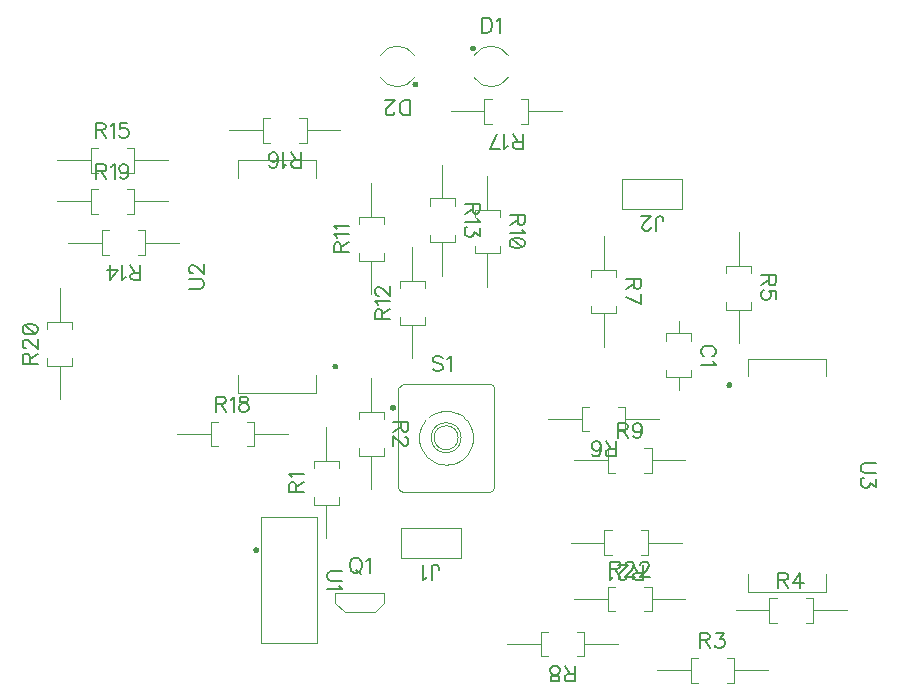
<source format=gbr>
G04 DipTrace 4.3.0.5*
G04 AtesTopSilk.gbr*
%MOIN*%
G04 #@! TF.FileFunction,Legend,Top*
G04 #@! TF.Part,Single*
%ADD10C,0.004724*%
%ADD56C,0.00772*%
%FSLAX26Y26*%
G04*
G70*
G90*
G75*
G01*
G04 TopSilk*
%LPD*%
X1316339Y-39075D2*
G54D10*
Y-14665D1*
X1233661D1*
Y-39075D1*
X1316339Y-135925D2*
Y-160335D1*
X1233661D1*
Y-135925D1*
X1275000Y27461D2*
Y-14665D1*
Y-160335D2*
Y-202461D1*
X707087Y911614D2*
G03X592913Y911614I-57087J-35987D01*
G01*
X707087Y838386D2*
G02X592913Y838386I-57087J35987D01*
G01*
G36*
X580025Y935133D2*
X580109Y936417D1*
X580360Y937680D1*
X580774Y938899D1*
X581344Y940054D1*
X582059Y941124D1*
X582908Y942092D1*
X583876Y942941D1*
X584946Y943656D1*
X586101Y944226D1*
X587320Y944640D1*
X588583Y944891D1*
X589867Y944975D1*
X591152Y944891D1*
X592415Y944640D1*
X593634Y944226D1*
X594789Y943656D1*
X595859Y942941D1*
X596827Y942092D1*
X597676Y941124D1*
X598391Y940054D1*
X598961Y938899D1*
X599375Y937680D1*
X599626Y936417D1*
X599710Y935133D1*
D1*
X599626Y933848D1*
X599375Y932585D1*
X598961Y931366D1*
X598391Y930211D1*
X597676Y929141D1*
X596827Y928173D1*
X595859Y927324D1*
X594789Y926609D1*
X593634Y926039D1*
X592415Y925625D1*
X591152Y925374D1*
X589867Y925290D1*
X588583Y925374D1*
X587320Y925625D1*
X586101Y926039D1*
X584946Y926609D1*
X583876Y927324D1*
X582908Y928173D1*
X582059Y929141D1*
X581344Y930211D1*
X580774Y931366D1*
X580360Y932585D1*
X580109Y933848D1*
X580025Y935133D1*
D1*
G37*
X280413Y838386D2*
G54D10*
G03X394587Y838386I57087J35987D01*
G01*
X280413Y911614D2*
G02X394587Y911614I57087J-35987D01*
G01*
G36*
X407475Y814867D2*
X407391Y813583D1*
X407140Y812320D1*
X406726Y811101D1*
X406156Y809946D1*
X405441Y808876D1*
X404592Y807908D1*
X403624Y807059D1*
X402554Y806344D1*
X401399Y805774D1*
X400180Y805360D1*
X398917Y805109D1*
X397633Y805025D1*
X396348Y805109D1*
X395085Y805360D1*
X393866Y805774D1*
X392711Y806344D1*
X391641Y807059D1*
X390673Y807908D1*
X389824Y808876D1*
X389109Y809946D1*
X388539Y811101D1*
X388125Y812320D1*
X387874Y813583D1*
X387790Y814867D1*
D1*
X387874Y816152D1*
X388125Y817415D1*
X388539Y818634D1*
X389109Y819789D1*
X389824Y820859D1*
X390673Y821827D1*
X391641Y822676D1*
X392711Y823391D1*
X393866Y823961D1*
X395085Y824375D1*
X396348Y824626D1*
X397633Y824710D1*
X398917Y824626D1*
X400180Y824375D1*
X401399Y823961D1*
X402554Y823391D1*
X403624Y822676D1*
X404592Y821827D1*
X405441Y820859D1*
X406156Y819789D1*
X406726Y818634D1*
X407140Y817415D1*
X407391Y816152D1*
X407475Y814867D1*
D1*
G37*
X350000Y-662500D2*
G54D10*
Y-762500D1*
X550000Y-662500D2*
X350000D1*
X550000D2*
Y-762500D1*
X350000D1*
X1087500Y500000D2*
Y400000D1*
X1287500Y500000D2*
X1087500D1*
X1287500D2*
Y400000D1*
X1087500D1*
X130500Y-881500D2*
X294500D1*
Y-912500D1*
X262500Y-943500D1*
X162500D1*
X130500Y-881500D2*
Y-912500D1*
X162500Y-943500D1*
X58662Y-560926D2*
X58663Y-585335D1*
X141340Y-585334D1*
X141339Y-560924D1*
X58661Y-464076D2*
X58660Y-439666D1*
X141337Y-439665D1*
X141338Y-464074D1*
X100003Y-697500D2*
X100001Y-585335D1*
X99999Y-439665D2*
X99997Y-327500D1*
X291336Y-301573D2*
X291335Y-277163D1*
X208657Y-277168D1*
X208659Y-301577D1*
X291341Y-398423D2*
X291343Y-422832D1*
X208665Y-422837D1*
X208664Y-398427D1*
X249990Y-165000D2*
X249996Y-277165D1*
X250004Y-422835D2*
X250010Y-535000D1*
X1339073Y-1096164D2*
X1314664Y-1096165D1*
X1314667Y-1178842D1*
X1339077Y-1178841D1*
X1435923Y-1096159D2*
X1460333Y-1096158D1*
X1460336Y-1178835D1*
X1435927Y-1178836D1*
X1202500Y-1137508D2*
X1314665Y-1137503D1*
X1460335Y-1137497D2*
X1572500Y-1137492D1*
X1601574Y-896163D2*
X1577164Y-896164D1*
X1577167Y-978841D1*
X1601576Y-978840D1*
X1698424Y-896160D2*
X1722833Y-896159D1*
X1722836Y-978836D1*
X1698426Y-978837D1*
X1465000Y-937505D2*
X1577165Y-937502D1*
X1722835Y-937498D2*
X1835000Y-937495D1*
X1516337Y185926D2*
Y210336D1*
X1433660Y210334D1*
Y185924D1*
X1516340Y89076D2*
Y64666D1*
X1433663Y64664D1*
Y89074D1*
X1474995Y322500D2*
X1474998Y210335D1*
X1475002Y64665D2*
X1475005Y-47500D1*
X1073426Y-341338D2*
X1097836Y-341337D1*
X1097834Y-258660D1*
X1073424D1*
X976576Y-341340D2*
X952166D1*
X952164Y-258663D1*
X976574Y-258662D1*
X1210000Y-299996D2*
X1097835Y-299998D1*
X952165Y-300002D2*
X840000Y-300004D1*
X1066337Y173426D2*
Y197836D1*
X983660Y197834D1*
Y173424D1*
X1066340Y76576D2*
Y52166D1*
X983663Y52164D1*
Y76574D1*
X1024995Y310000D2*
X1024998Y197835D1*
X1025002Y52165D2*
X1025005Y-60000D1*
X935927Y-1091337D2*
X960336Y-1091336D1*
X960333Y-1008659D1*
X935924Y-1008660D1*
X839076Y-1091340D2*
X814667Y-1091341D1*
X814664Y-1008664D1*
X839073Y-1008663D1*
X1072500Y-1049993D2*
X960335Y-1049997D1*
X814665Y-1050003D2*
X702500Y-1050007D1*
X1064075Y-396161D2*
X1039665D1*
Y-478839D1*
X1064075D1*
X1160925Y-396161D2*
X1185335D1*
Y-478839D1*
X1160925D1*
X927500Y-437500D2*
X1039665D1*
X1185335D2*
X1297500D1*
X678839Y373425D2*
Y397835D1*
X596161D1*
Y373425D1*
X678839Y276575D2*
Y252165D1*
X596161D1*
Y276575D1*
X637500Y510000D2*
Y397835D1*
Y252165D2*
Y140000D1*
X208663Y251573D2*
X208664Y227164D1*
X291341Y227167D1*
X291340Y251576D1*
X208660Y348424D2*
X208659Y372833D1*
X291336Y372836D1*
X291337Y348427D1*
X250006Y115000D2*
X250002Y227165D1*
X249998Y372835D2*
X249994Y485000D1*
X346163Y39073D2*
X346164Y14664D1*
X428841Y14667D1*
X428840Y39076D1*
X346160Y135924D2*
X346159Y160333D1*
X428836Y160336D1*
X428837Y135927D1*
X387506Y-97500D2*
X387502Y14665D1*
X387498Y160335D2*
X387494Y272500D1*
X528837Y410927D2*
X528836Y435336D1*
X446158Y435333D1*
X446159Y410924D1*
X528841Y314076D2*
X528842Y289667D1*
X446164Y289664D1*
X446163Y314073D1*
X487493Y547500D2*
X487497Y435335D1*
X487503Y289665D2*
X487507Y177500D1*
X-526574Y246162D2*
X-502164Y246163D1*
X-502166Y328840D1*
X-526576D1*
X-623424Y246160D2*
X-647834D1*
X-647836Y328837D1*
X-623426Y328838D1*
X-390000Y287504D2*
X-502165Y287502D1*
X-647835Y287498D2*
X-760000Y287496D1*
X-660927Y603836D2*
X-685336Y603835D1*
X-685333Y521158D1*
X-660923Y521159D1*
X-564077Y603841D2*
X-539667Y603842D1*
X-539664Y521165D1*
X-564073Y521164D1*
X-797500Y562492D2*
X-685335Y562497D1*
X-539665Y562503D2*
X-427500Y562508D1*
X10926Y621162D2*
X35336Y621163D1*
X35334Y703840D1*
X10924D1*
X-85924Y621160D2*
X-110334D1*
X-110336Y703837D1*
X-85926Y703838D1*
X147500Y662504D2*
X35335Y662502D1*
X-110335Y662498D2*
X-222500Y662496D1*
X748427Y683663D2*
X772836Y683664D1*
X772833Y766341D1*
X748424Y766340D1*
X651576Y683660D2*
X627167Y683659D1*
X627164Y766336D1*
X651573Y766337D1*
X885000Y725007D2*
X772835Y725003D1*
X627165Y724997D2*
X515000Y724993D1*
X-260928Y-308664D2*
X-285337Y-308666D1*
X-285332Y-391343D1*
X-260923Y-391341D1*
X-164077Y-308659D2*
X-139668Y-308657D1*
X-139663Y-391334D1*
X-164072Y-391336D1*
X-397500Y-350011D2*
X-285335Y-350004D1*
X-139665Y-349996D2*
X-27500Y-349989D1*
X-660927Y466336D2*
X-685336Y466335D1*
X-685333Y383658D1*
X-660923Y383659D1*
X-564077Y466341D2*
X-539667Y466342D1*
X-539664Y383665D1*
X-564073Y383664D1*
X-797500Y424992D2*
X-685335Y424997D1*
X-539665Y425003D2*
X-427500Y425008D1*
X-828838Y-98426D2*
X-828837Y-122835D1*
X-746160Y-122834D1*
X-746161Y-98424D1*
X-828839Y-1576D2*
X-828840Y22834D1*
X-746163Y22835D1*
X-746162Y-1574D1*
X-787497Y-235000D2*
X-787499Y-122835D1*
X-787501Y22835D2*
X-787503Y135000D1*
X1148426Y-753838D2*
X1172836Y-753837D1*
X1172834Y-671160D1*
X1148424D1*
X1051576Y-753840D2*
X1027166D1*
X1027164Y-671163D1*
X1051574Y-671162D1*
X1285000Y-712496D2*
X1172835Y-712498D1*
X1027165Y-712502D2*
X915000Y-712504D1*
X1064075Y-858661D2*
X1039665D1*
Y-941339D1*
X1064075D1*
X1160925Y-858661D2*
X1185335D1*
Y-941339D1*
X1160925D1*
X927500Y-900000D2*
X1039665D1*
X1185335D2*
X1297500D1*
X410039Y-362500D2*
X410810Y-350757D1*
X413105Y-339217D1*
X416887Y-328073D1*
X422092Y-317520D1*
X428630Y-307735D1*
X431013Y-305018D1*
X450000Y-362500D2*
G02X450000Y-362500I50000J0D01*
G01*
X460098D2*
G02X460098Y-362500I39902J0D01*
G01*
X499971Y-542421D2*
X354971D1*
X344381Y-538091D1*
X339951Y-527500D1*
Y-197500D1*
X354971Y-182579D1*
X499971D1*
X500030D2*
X645030D1*
X655621Y-186909D1*
X660050Y-197500D1*
Y-527500D1*
X655621Y-538091D1*
X645030Y-542421D1*
X500030D1*
G36*
X313189Y-262500D2*
X313273Y-261215D1*
X313524Y-259953D1*
X313938Y-258733D1*
X314508Y-257579D1*
X315223Y-256508D1*
X316072Y-255540D1*
X317040Y-254691D1*
X318110Y-253976D1*
X319265Y-253407D1*
X320484Y-252993D1*
X321747Y-252742D1*
X323031Y-252657D1*
X324316Y-252742D1*
X325579Y-252993D1*
X326798Y-253407D1*
X327953Y-253976D1*
X329023Y-254691D1*
X329991Y-255540D1*
X330840Y-256508D1*
X331555Y-257579D1*
X332125Y-258733D1*
X332539Y-259953D1*
X332790Y-261215D1*
X332874Y-262500D1*
D1*
X332790Y-263785D1*
X332539Y-265047D1*
X332125Y-266267D1*
X331555Y-267421D1*
X330840Y-268492D1*
X329991Y-269460D1*
X329023Y-270309D1*
X327953Y-271024D1*
X326798Y-271593D1*
X325579Y-272007D1*
X324316Y-272258D1*
X323031Y-272343D1*
X321747Y-272258D1*
X320484Y-272007D1*
X319265Y-271593D1*
X318110Y-271024D1*
X317040Y-270309D1*
X316072Y-269460D1*
X315223Y-268492D1*
X314508Y-267421D1*
X313938Y-266267D1*
X313524Y-265047D1*
X313273Y-263785D1*
X313189Y-262500D1*
D1*
G37*
X442518Y-293512D2*
G54D10*
X445236Y-291130D1*
X455020Y-284592D1*
X465573Y-279387D1*
X476717Y-275605D1*
X488259Y-273308D1*
X500000Y-272539D1*
X511743Y-273308D1*
X523283Y-275605D1*
X534427Y-279387D1*
X544980Y-284592D1*
X554765Y-291130D1*
X563612Y-298888D1*
X571371Y-307735D1*
X577908Y-317520D1*
X583113Y-328073D1*
X586895Y-339217D1*
X589192Y-350757D1*
X589961Y-362500D1*
X589192Y-374243D1*
X586895Y-385783D1*
X583113Y-396927D1*
X577908Y-407480D1*
X571371Y-417265D1*
X563612Y-426112D1*
X554765Y-433870D1*
X544980Y-440408D1*
X534427Y-445613D1*
X523283Y-449395D1*
X511743Y-451692D1*
X500000Y-452461D1*
X488259Y-451692D1*
X476717Y-449395D1*
X465573Y-445613D1*
X455020Y-440408D1*
X445236Y-433870D1*
X436388Y-426112D1*
X428630Y-417265D1*
X422092Y-407480D1*
X416887Y-396927D1*
X413105Y-385783D1*
X410810Y-374243D1*
X410039Y-362500D1*
X69384Y-627260D2*
X-115655Y-627267D1*
X-115638Y-1047346D1*
X69401Y-1047338D1*
X69384Y-627260D1*
G36*
X-132581Y-727662D2*
X-131296Y-727746D1*
X-130033Y-727997D1*
X-128814Y-728411D1*
X-127659Y-728980D1*
X-126589Y-729695D1*
X-125621Y-730544D1*
X-124772Y-731512D1*
X-124056Y-732582D1*
X-123487Y-733737D1*
X-123073Y-734956D1*
X-122822Y-736219D1*
X-122738Y-737504D1*
X-122822Y-738788D1*
X-123073Y-740051D1*
X-123487Y-741270D1*
X-124056Y-742425D1*
X-124771Y-743496D1*
X-125620Y-744464D1*
X-126588Y-745312D1*
X-127659Y-746028D1*
X-128813Y-746597D1*
X-130032Y-747011D1*
X-131295Y-747262D1*
X-132580Y-747347D1*
D1*
X-133864Y-747262D1*
X-135127Y-747011D1*
X-136346Y-746598D1*
X-137501Y-746028D1*
X-138572Y-745313D1*
X-139540Y-744464D1*
X-140389Y-743496D1*
X-141104Y-742426D1*
X-141673Y-741271D1*
X-142087Y-740052D1*
X-142338Y-738789D1*
X-142423Y-737504D1*
X-142339Y-736220D1*
X-142087Y-734957D1*
X-141674Y-733738D1*
X-141104Y-732583D1*
X-140389Y-731513D1*
X-139540Y-730545D1*
X-138572Y-729696D1*
X-137502Y-728980D1*
X-136347Y-728411D1*
X-135128Y-727997D1*
X-133865Y-727746D1*
X-132581Y-727662D1*
D1*
G37*
X-192396Y-154538D2*
G54D10*
X-192391Y-212805D1*
X67451Y-212785D1*
X67447Y-154518D1*
X-192447Y504518D2*
X-192451Y562785D1*
X67391Y562805D1*
X67396Y504538D1*
G36*
X130831Y-134828D2*
X129546Y-134744D1*
X128284Y-134492D1*
X127064Y-134079D1*
X125910Y-133509D1*
X124839Y-132794D1*
X123871Y-131945D1*
X123022Y-130977D1*
X122307Y-129907D1*
X121737Y-128752D1*
X121323Y-127533D1*
X121072Y-126271D1*
X120988Y-124986D1*
X121072Y-123701D1*
X121323Y-122438D1*
X121737Y-121219D1*
X122306Y-120064D1*
X123021Y-118994D1*
X123870Y-118026D1*
X124838Y-117177D1*
X125908Y-116462D1*
X127063Y-115892D1*
X128282Y-115478D1*
X129545Y-115227D1*
X130829Y-115143D1*
D1*
X132114Y-115227D1*
X133377Y-115478D1*
X134596Y-115891D1*
X135751Y-116461D1*
X136821Y-117176D1*
X137789Y-118025D1*
X138638Y-118993D1*
X139354Y-120063D1*
X139923Y-121218D1*
X140337Y-122437D1*
X140588Y-123700D1*
X140673Y-124984D1*
X140589Y-126269D1*
X140338Y-127532D1*
X139924Y-128751D1*
X139354Y-129906D1*
X138639Y-130976D1*
X137790Y-131944D1*
X136823Y-132793D1*
X135752Y-133509D1*
X134597Y-134078D1*
X133378Y-134492D1*
X132116Y-134743D1*
X130831Y-134828D1*
D1*
G37*
X1767413Y-157969D2*
G54D10*
X1767411Y-99701D1*
X1507569Y-99708D1*
X1507570Y-157976D1*
X1767430Y-817024D2*
X1767431Y-875292D1*
X1507589Y-875299D1*
X1507587Y-817031D1*
G36*
X1444185Y-177662D2*
X1445470Y-177747D1*
X1446732Y-177998D1*
X1447952Y-178412D1*
X1449106Y-178981D1*
X1450177Y-179696D1*
X1451145Y-180545D1*
X1451994Y-181513D1*
X1452709Y-182583D1*
X1453278Y-183738D1*
X1453692Y-184957D1*
X1453943Y-186220D1*
X1454028Y-187505D1*
X1453944Y-188789D1*
X1453692Y-190052D1*
X1453279Y-191271D1*
X1452709Y-192426D1*
X1451994Y-193497D1*
X1451145Y-194465D1*
X1450177Y-195313D1*
X1449107Y-196029D1*
X1447952Y-196598D1*
X1446733Y-197012D1*
X1445470Y-197263D1*
X1444185Y-197347D1*
D1*
X1442901Y-197263D1*
X1441638Y-197012D1*
X1440419Y-196598D1*
X1439264Y-196029D1*
X1438194Y-195314D1*
X1437226Y-194465D1*
X1436377Y-193497D1*
X1435661Y-192426D1*
X1435092Y-191272D1*
X1434678Y-190053D1*
X1434427Y-188790D1*
X1434343Y-187505D1*
X1434427Y-186221D1*
X1434678Y-184958D1*
X1435092Y-183739D1*
X1435661Y-182584D1*
X1436376Y-181513D1*
X1437225Y-180545D1*
X1438193Y-179697D1*
X1439264Y-178981D1*
X1440418Y-178412D1*
X1441638Y-177998D1*
X1442900Y-177747D1*
X1444185Y-177662D1*
D1*
G37*
X1387466Y-91719D2*
G54D56*
X1392219Y-89342D1*
X1397028Y-84534D1*
X1399404Y-79780D1*
Y-70219D1*
X1397028Y-65410D1*
X1392219Y-60657D1*
X1387466Y-58225D1*
X1380281Y-55849D1*
X1368287D1*
X1361158Y-58225D1*
X1356349Y-60657D1*
X1351596Y-65410D1*
X1349164Y-70219D1*
Y-79780D1*
X1351596Y-84534D1*
X1356349Y-89342D1*
X1361158Y-91719D1*
X1389787Y-107158D2*
X1392219Y-111966D1*
X1399349Y-119151D1*
X1349164D1*
X619537Y1037593D2*
Y987353D1*
X636284D1*
X643469Y989785D1*
X648277Y994538D1*
X650654Y999347D1*
X653030Y1006476D1*
Y1018470D1*
X650654Y1025655D1*
X648277Y1030408D1*
X643469Y1035217D1*
X636284Y1037593D1*
X619537D1*
X668470Y1027976D2*
X673278Y1030408D1*
X680463Y1037538D1*
Y987353D1*
X378713Y712407D2*
Y762647D1*
X361966D1*
X354781Y760215D1*
X349973Y755462D1*
X347596Y750653D1*
X345220Y743524D1*
Y731530D1*
X347596Y724345D1*
X349973Y719592D1*
X354781Y714783D1*
X361966Y712407D1*
X378713D1*
X327349Y724400D2*
Y722024D1*
X324972Y717215D1*
X322595Y714839D1*
X317787Y712462D1*
X308225D1*
X303472Y714839D1*
X301095Y717215D1*
X298664Y722024D1*
Y726777D1*
X301095Y731585D1*
X305849Y738715D1*
X329780Y762647D1*
X296287D1*
X451751Y-835723D2*
Y-797477D1*
X454127Y-790292D1*
X456559Y-787915D1*
X461312Y-785483D1*
X466121D1*
X470874Y-787915D1*
X473250Y-790292D1*
X475682Y-797477D1*
Y-802230D1*
X436311Y-826106D2*
X431503Y-828538D1*
X424318Y-835668D1*
Y-785483D1*
X1200000Y326777D2*
Y365023D1*
X1202377Y372208D1*
X1204809Y374585D1*
X1209562Y377017D1*
X1214371D1*
X1219124Y374585D1*
X1221500Y372208D1*
X1223932Y365023D1*
Y360270D1*
X1182129Y338770D2*
Y336394D1*
X1179753Y331585D1*
X1177376Y329209D1*
X1172568Y326832D1*
X1163006D1*
X1158253Y329209D1*
X1155876Y331585D1*
X1153444Y336394D1*
Y341147D1*
X1155876Y345955D1*
X1160629Y353085D1*
X1184561Y377017D1*
X1151068D1*
X194003Y-762266D2*
X189250Y-764588D1*
X184441Y-769396D1*
X182065Y-774205D1*
X179633Y-781390D1*
Y-793328D1*
X182065Y-800513D1*
X184441Y-805266D1*
X189250Y-810075D1*
X194003Y-812451D1*
X203564D1*
X208373Y-810075D1*
X213126Y-805266D1*
X215503Y-800513D1*
X217935Y-793328D1*
Y-781390D1*
X215503Y-774205D1*
X213126Y-769396D1*
X208373Y-764588D1*
X203564Y-762266D1*
X194003D1*
X201188Y-802890D2*
X215503Y-817260D1*
X233374Y-771883D2*
X238182Y-769451D1*
X245367Y-762322D1*
Y-812506D1*
X-472Y-542965D2*
Y-521465D1*
X-2904Y-514280D1*
X-5281Y-511848D1*
X-10034Y-509472D1*
X-14843D1*
X-19596Y-511848D1*
X-22028Y-514280D1*
X-24404Y-521465D1*
Y-542965D1*
X25836Y-542964D1*
X-472Y-526218D2*
X25836Y-509471D1*
X-14788Y-494033D2*
X-17220Y-489224D1*
X-24349Y-482039D1*
X25835Y-482038D1*
X350470Y-308782D2*
X350471Y-330281D1*
X352904Y-337466D1*
X355280Y-339898D1*
X360034Y-342274D1*
X364842D1*
X369595Y-339897D1*
X372027Y-337465D1*
X374403Y-330280D1*
X374402Y-308780D1*
X324162Y-308783D1*
X350471Y-325528D2*
X324164Y-342276D1*
X362411Y-360145D2*
X364788D1*
X369596Y-362521D1*
X371973Y-364898D1*
X374350Y-369706D1*
X374351Y-379268D1*
X371974Y-384021D1*
X369598Y-386398D1*
X364789Y-388830D1*
X360036D1*
X355228Y-386399D1*
X348098Y-381646D1*
X324165Y-357716D1*
X324166Y-391209D1*
X1346283Y-1037029D2*
X1367782Y-1037028D1*
X1374967Y-1034596D1*
X1377399Y-1032220D1*
X1379776Y-1027466D1*
X1379775Y-1022658D1*
X1377399Y-1017905D1*
X1374967Y-1015473D1*
X1367781Y-1013097D1*
X1346282Y-1013098D1*
X1346284Y-1063338D1*
X1363029Y-1037029D2*
X1379777Y-1063336D1*
X1400023Y-1013151D2*
X1426276Y-1013149D1*
X1411962Y-1032273D1*
X1419147D1*
X1423900Y-1034649D1*
X1426277Y-1037026D1*
X1428709Y-1044211D1*
Y-1048964D1*
X1426278Y-1056149D1*
X1421525Y-1060958D1*
X1414340Y-1063335D1*
X1407155D1*
X1400025Y-1060959D1*
X1397648Y-1058527D1*
X1395216Y-1053774D1*
X1607596Y-837029D2*
X1629096Y-837028D1*
X1636281Y-834596D1*
X1638712Y-832219D1*
X1641089Y-827466D1*
Y-822658D1*
X1638712Y-817905D1*
X1636280Y-815473D1*
X1629095Y-813096D1*
X1607595Y-813097D1*
X1607597Y-863337D1*
X1624342Y-837028D2*
X1641090Y-863336D1*
X1680461Y-863335D2*
X1680459Y-813150D1*
X1656529Y-846589D1*
X1692399Y-846588D1*
X1575471Y178716D2*
X1575472Y157216D1*
X1577904Y150031D1*
X1580281Y147599D1*
X1585034Y145222D1*
X1589842Y145223D1*
X1594595Y147599D1*
X1597027Y150031D1*
X1599404Y157216D1*
X1599403Y178716D1*
X1549163Y178715D1*
X1575472Y161969D2*
X1549164Y145222D1*
X1599350Y101099D2*
X1599349Y124975D1*
X1577849Y127351D1*
X1580226Y124975D1*
X1582658Y117790D1*
Y110660D1*
X1580227Y103475D1*
X1575473Y98666D1*
X1568288Y96289D1*
X1563535D1*
X1556350Y98666D1*
X1551542Y103474D1*
X1549165Y110659D1*
Y117789D1*
X1551541Y124974D1*
X1553973Y127351D1*
X1558726Y129783D1*
X1064999Y-400472D2*
X1043499D1*
X1036314Y-402904D1*
X1033883Y-405281D1*
X1031506Y-410034D1*
Y-414842D1*
X1033883Y-419596D1*
X1036315Y-422027D1*
X1043500Y-424404D1*
X1065000Y-424403D1*
X1064999Y-374163D1*
X1048253Y-400472D2*
X1031505Y-374164D1*
X987382Y-417220D2*
X989759Y-421973D1*
X996944Y-424350D1*
X1001697Y-424349D1*
X1008882Y-421973D1*
X1013690Y-414788D1*
X1016067Y-402849D1*
X1016066Y-390911D1*
X1013690Y-381349D1*
X1008881Y-376541D1*
X1001696Y-374165D1*
X999319D1*
X992190Y-376541D1*
X987381Y-381350D1*
X985005Y-388535D1*
Y-390912D1*
X987382Y-398097D1*
X992190Y-402850D1*
X999320Y-405226D1*
X1001697D1*
X1008882Y-402849D1*
X1013690Y-398096D1*
X1016066Y-390911D1*
X1125471Y166216D2*
X1125472Y144716D1*
X1127904Y137531D1*
X1130281Y135099D1*
X1135034Y132722D1*
X1139842Y132723D1*
X1144595Y135099D1*
X1147027Y137531D1*
X1149404Y144716D1*
X1149403Y166216D1*
X1099163Y166215D1*
X1125472Y149469D2*
X1099164Y132722D1*
X1099165Y107721D2*
X1149350Y83790D1*
X1149349Y117284D1*
X928689Y-1150471D2*
X907189Y-1150472D1*
X900004Y-1152904D1*
X897572Y-1155281D1*
X895196Y-1160034D1*
Y-1164842D1*
X897573Y-1169595D1*
X900005Y-1172027D1*
X907190Y-1174403D1*
X928690D1*
X928688Y-1124163D1*
X911942Y-1150472D2*
X895195Y-1124164D1*
X867819Y-1174350D2*
X874949Y-1171973D1*
X877380Y-1167220D1*
Y-1162411D1*
X874948Y-1157658D1*
X870195Y-1155226D1*
X860633Y-1152850D1*
X853448Y-1150474D1*
X848695Y-1145665D1*
X846318Y-1140912D1*
Y-1133727D1*
X848694Y-1128974D1*
X851071Y-1126542D1*
X858256Y-1124165D1*
X867817D1*
X874947Y-1126541D1*
X877379Y-1128973D1*
X879756Y-1133726D1*
Y-1140911D1*
X877380Y-1145664D1*
X872571Y-1150473D1*
X865442Y-1152850D1*
X855880Y-1155227D1*
X851072Y-1157659D1*
X848695Y-1162412D1*
X848696Y-1167221D1*
X851072Y-1171974D1*
X858257Y-1174350D1*
X867819D1*
X1072475Y-337028D2*
X1093975D1*
X1101160Y-334596D1*
X1103592Y-332219D1*
X1105969Y-327466D1*
Y-322657D1*
X1103592Y-317904D1*
X1101160Y-315472D1*
X1093975Y-313096D1*
X1072475D1*
Y-363336D1*
X1089222Y-337028D2*
X1105969Y-363336D1*
X1152525Y-329842D2*
X1150093Y-337028D1*
X1145340Y-341836D1*
X1138155Y-344213D1*
X1135778D1*
X1128593Y-341836D1*
X1123840Y-337028D1*
X1121408Y-329842D1*
Y-327466D1*
X1123840Y-320281D1*
X1128593Y-315528D1*
X1135778Y-313151D1*
X1138155D1*
X1145340Y-315528D1*
X1150093Y-320281D1*
X1152525Y-329842D1*
Y-341836D1*
X1150093Y-353774D1*
X1145340Y-360959D1*
X1138155Y-363336D1*
X1133401D1*
X1126216Y-360959D1*
X1123840Y-356151D1*
X737972Y379929D2*
Y358429D1*
X740404Y351244D1*
X742781Y348813D1*
X747534Y346436D1*
X752343D1*
X757096Y348813D1*
X759528Y351244D1*
X761904Y358429D1*
Y379929D1*
X711664D1*
X737972Y363183D2*
X711664Y346436D1*
X752287Y330997D2*
X754719Y326188D1*
X761849Y319003D1*
X711664D1*
X761849Y289194D2*
X759472Y296379D1*
X752287Y301187D1*
X740349Y303564D1*
X733164D1*
X721226Y301187D1*
X714041Y296379D1*
X711664Y289194D1*
Y284441D1*
X714041Y277256D1*
X721226Y272503D1*
X733164Y270071D1*
X740349D1*
X752287Y272503D1*
X759472Y277256D1*
X761849Y284441D1*
Y289194D1*
X752287Y272503D2*
X721226Y301187D1*
X149529Y255817D2*
X149528Y277317D1*
X147096Y284502D1*
X144720Y286934D1*
X139966Y289310D1*
X135158D1*
X130405Y286933D1*
X127973Y284501D1*
X125597Y277316D1*
Y255816D1*
X175837Y255818D1*
X149528Y272564D2*
X175836Y289311D1*
X135213Y304749D2*
X132781Y309558D1*
X125651Y316743D1*
X175835Y316744D1*
X135212Y332182D2*
X132780Y336990D1*
X125650Y344175D1*
X175834Y344177D1*
X287029Y32567D2*
Y54067D1*
X284597Y61252D1*
X282220Y63684D1*
X277467Y66060D1*
X272658D1*
X267905Y63683D1*
X265473Y61252D1*
X263097Y54066D1*
X263098Y32567D1*
X313338Y32568D1*
X287029Y49314D2*
X313337Y66062D1*
X272713Y81499D2*
X270281Y86308D1*
X263151Y93493D1*
X313336Y93494D1*
X275089Y111364D2*
X272712D1*
X267903Y113740D1*
X265527Y116117D1*
X263150Y120925D1*
Y130487D1*
X265526Y135240D1*
X267903Y137617D1*
X272711Y140049D1*
X277464D1*
X282273Y137617D1*
X289403Y132864D1*
X313335Y108934D1*
X313334Y142427D1*
X587970Y417433D2*
X587971Y395934D1*
X590403Y388749D1*
X592780Y386317D1*
X597533Y383940D1*
X602342Y383941D1*
X607095Y386317D1*
X609527Y388749D1*
X611903Y395935D1*
X611902Y417434D1*
X561662Y417432D1*
X587971Y400687D2*
X561663Y383939D1*
X602287Y368501D2*
X604719Y363693D1*
X611849Y356508D1*
X561664Y356506D1*
X611850Y336261D2*
X611851Y310008D1*
X592727Y324322D1*
Y317137D1*
X590351Y312383D1*
X587975Y310007D1*
X580790Y307574D1*
X576036D1*
X568851Y310006D1*
X564043Y314759D1*
X561666Y321944D1*
Y329129D1*
X564042Y336259D1*
X566474Y338635D1*
X571227Y341067D1*
X-518880Y187029D2*
X-540380Y187028D1*
X-547565Y184596D1*
X-549997Y182220D1*
X-552373Y177466D1*
Y172658D1*
X-549996Y167905D1*
X-547565Y165473D1*
X-540379Y163097D1*
X-518880D1*
X-518881Y213337D1*
X-535627Y187028D2*
X-552374Y213336D1*
X-567812Y172713D2*
X-572621Y170281D1*
X-579806Y163151D1*
X-579807Y213336D1*
X-619178Y213335D2*
X-619177Y163150D1*
X-595246Y196589D1*
X-631116Y196588D1*
X-667434Y662970D2*
X-645934Y662971D1*
X-638749Y665403D1*
X-636317Y667780D1*
X-633941Y672533D1*
Y677342D1*
X-636318Y682095D1*
X-638750Y684526D1*
X-645935Y686903D1*
X-667435Y686902D1*
X-667433Y636662D1*
X-650687Y662971D2*
X-633939Y636663D1*
X-618502Y677287D2*
X-613693Y679719D1*
X-606509Y686849D1*
X-606507Y636664D1*
X-562385Y686851D2*
X-586261Y686850D1*
X-588637Y665350D1*
X-586260Y667727D1*
X-579075Y670159D1*
X-571945D1*
X-564760Y667728D1*
X-559952Y662975D1*
X-557575Y655790D1*
Y651037D1*
X-559951Y643852D1*
X-564759Y639043D1*
X-571944Y636666D1*
X-579074D1*
X-586259Y639042D1*
X-588636Y641474D1*
X-591068Y646227D1*
X16216Y562029D2*
X-5284Y562028D1*
X-12469Y559596D1*
X-14901Y557220D1*
X-17278Y552466D1*
X-17277Y547658D1*
X-14901Y542905D1*
X-12469Y540473D1*
X-5284Y538097D1*
X16216D1*
X16215Y588337D1*
X-531Y562028D2*
X-17278Y588336D1*
X-32717Y547713D2*
X-37525Y545281D1*
X-44710Y538151D1*
X-44711Y588336D1*
X-88834Y545280D2*
X-86458Y540527D1*
X-79272Y538150D1*
X-74519D1*
X-67334Y540527D1*
X-62526Y547712D1*
X-60150Y559650D1*
Y571589D1*
X-62527Y581150D1*
X-67335Y585959D1*
X-74520Y588335D1*
X-76897D1*
X-84027Y585958D1*
X-88835Y581150D1*
X-91211Y573965D1*
Y571588D1*
X-88835Y564403D1*
X-84026Y559650D1*
X-76896Y557273D1*
X-74520Y557274D1*
X-67335Y559650D1*
X-62526Y564404D1*
X-60150Y571589D1*
X754933Y624530D2*
X733433Y624529D1*
X726248Y622097D1*
X723816Y619720D1*
X721440Y614967D1*
Y610158D1*
X723817Y605405D1*
X726249Y602973D1*
X733434Y600597D1*
X754934Y600598D1*
X754932Y650838D1*
X738186Y624529D2*
X721439Y650837D1*
X706001Y610213D2*
X701193Y607781D1*
X694008Y600651D1*
X694006Y650836D1*
X669005Y650835D2*
X645075Y600649D1*
X678569Y600650D1*
X-267408Y-249531D2*
X-245908Y-249529D1*
X-238723Y-247097D1*
X-236291Y-244720D1*
X-233915Y-239967D1*
Y-235159D1*
X-236292Y-230406D1*
X-238724Y-227974D1*
X-245909Y-225598D1*
X-267409Y-225599D1*
X-267406Y-275839D1*
X-250661Y-249530D2*
X-233913Y-275837D1*
X-218476Y-235213D2*
X-213668Y-232781D1*
X-206483Y-225651D1*
X-206480Y-275835D1*
X-179105Y-225649D2*
X-186235Y-228026D1*
X-188667Y-232779D1*
X-188666Y-237588D1*
X-186234Y-242341D1*
X-181481Y-244773D1*
X-171919Y-247149D1*
X-164734Y-249525D1*
X-159981Y-254333D1*
X-157604Y-259086D1*
X-157603Y-266271D1*
X-159980Y-271024D1*
X-162356Y-273456D1*
X-169541Y-275833D1*
X-179103Y-275834D1*
X-186232Y-273458D1*
X-188664Y-271026D1*
X-191041Y-266273D1*
X-191042Y-259088D1*
X-188665Y-254335D1*
X-183857Y-249526D1*
X-176728Y-247149D1*
X-167166Y-244772D1*
X-162358Y-242340D1*
X-159982Y-237586D1*
Y-232778D1*
X-162359Y-228025D1*
X-169544Y-225649D1*
X-179105D1*
X-666245Y525470D2*
X-644746Y525471D1*
X-637561Y527903D1*
X-635129Y530280D1*
X-632753Y535033D1*
Y539842D1*
X-635130Y544595D1*
X-637562Y547026D1*
X-644747Y549403D1*
X-666247Y549402D1*
X-666244Y499162D1*
X-649499Y525471D2*
X-632751Y499163D1*
X-617314Y539787D2*
X-612505Y542219D1*
X-605320Y549349D1*
X-605318Y499164D1*
X-558764Y532660D2*
X-561195Y525475D1*
X-565948Y520666D1*
X-573133Y518289D1*
X-575510D1*
X-582695Y520665D1*
X-587448Y525474D1*
X-589880Y532659D1*
X-589881Y535035D1*
X-587449Y542220D1*
X-582696Y546974D1*
X-575511Y549351D1*
X-573135D1*
X-565949Y546974D1*
X-561196Y542221D1*
X-558764Y532660D1*
X-558763Y520666D1*
X-561195Y508728D1*
X-565947Y501543D1*
X-573132Y499166D1*
X-577885D1*
X-585071Y501542D1*
X-587447Y506350D1*
X-887971Y-115681D2*
X-887972Y-94181D1*
X-890404Y-86996D1*
X-892780Y-84564D1*
X-897534Y-82188D1*
X-902342D1*
X-907095Y-84565D1*
X-909527Y-86997D1*
X-911903Y-94182D1*
Y-115682D1*
X-861663Y-115681D1*
X-887972Y-98934D2*
X-861664Y-82187D1*
X-899910Y-64317D2*
X-902287D1*
X-907096Y-61940D1*
X-909472Y-59564D1*
X-911849Y-54755D1*
Y-45194D1*
X-909472Y-40441D1*
X-907096Y-38064D1*
X-902288Y-35632D1*
X-897534D1*
X-892726Y-38064D1*
X-885596Y-42817D1*
X-861664Y-66748D1*
Y-33255D1*
X-911850Y-3446D2*
X-909473Y-10631D1*
X-902288Y-15440D1*
X-890350Y-17816D1*
X-883165D1*
X-871226Y-15439D1*
X-864041Y-10630D1*
X-861665Y-3445D1*
Y1308D1*
X-864042Y8493D1*
X-871227Y13246D1*
X-883165Y15677D1*
X-890350D1*
X-902288Y13245D1*
X-909473Y8492D1*
X-911850Y1307D1*
Y-3446D1*
X-902288Y13245D2*
X-871226Y-15439D1*
X1154932Y-812971D2*
X1133432Y-812972D1*
X1126247Y-815404D1*
X1123815Y-817780D1*
X1121438Y-822534D1*
X1121439Y-827342D1*
X1123815Y-832095D1*
X1126247Y-834527D1*
X1133432Y-836903D1*
X1154932D1*
X1154931Y-786663D1*
X1138185Y-812972D2*
X1121438Y-786664D1*
X1103567Y-824911D2*
Y-827287D1*
X1101191Y-832096D1*
X1098814Y-834472D1*
X1094006Y-836849D1*
X1084444D1*
X1079691Y-834473D1*
X1077314Y-832096D1*
X1074883Y-827288D1*
X1074882Y-822535D1*
X1077314Y-817726D1*
X1082067Y-810596D1*
X1105998Y-786664D1*
X1072505Y-786665D1*
X1057067Y-827288D2*
X1052258Y-829720D1*
X1045073Y-836850D1*
X1045072Y-786665D1*
X1046821Y-799528D2*
X1068321D1*
X1075506Y-797096D1*
X1077937Y-794719D1*
X1080314Y-789966D1*
Y-785157D1*
X1077937Y-780404D1*
X1075506Y-777972D1*
X1068321Y-775596D1*
X1046821D1*
Y-825836D1*
X1063567Y-799528D2*
X1080314Y-825836D1*
X1098185Y-787589D2*
Y-785213D1*
X1100562Y-780404D1*
X1102938Y-778028D1*
X1107747Y-775651D1*
X1117308D1*
X1122062Y-778028D1*
X1124438Y-780404D1*
X1126870Y-785213D1*
Y-789966D1*
X1124438Y-794774D1*
X1119685Y-801904D1*
X1095753Y-825836D1*
X1129247D1*
X1147118Y-787589D2*
Y-785213D1*
X1149494Y-780404D1*
X1151871Y-778028D1*
X1156679Y-775651D1*
X1166241D1*
X1170994Y-778028D1*
X1173371Y-780404D1*
X1175803Y-785213D1*
Y-789966D1*
X1173371Y-794774D1*
X1168618Y-801904D1*
X1144686Y-825836D1*
X1178179D1*
X488469Y-96857D2*
X483715Y-92049D1*
X476530Y-89672D1*
X466969D1*
X459784Y-92049D1*
X454975Y-96857D1*
Y-101610D1*
X457407Y-106419D1*
X459784Y-108795D1*
X464537Y-111172D1*
X478907Y-115980D1*
X483715Y-118357D1*
X486092Y-120789D1*
X488469Y-125542D1*
Y-132727D1*
X483715Y-137480D1*
X476530Y-139912D1*
X466969D1*
X459784Y-137480D1*
X454975Y-132727D1*
X503908Y-99289D2*
X508716Y-96857D1*
X515901Y-89727D1*
Y-139912D1*
X152457Y-806833D2*
X116587Y-806834D1*
X109402Y-809211D1*
X104649Y-814020D1*
X102217Y-821205D1*
X102218Y-825958D1*
X104650Y-833143D1*
X109403Y-837951D1*
X116588Y-840327D1*
X152458Y-840326D1*
X142842Y-855766D2*
X145274Y-860574D1*
X152404Y-867759D1*
X102219Y-867761D1*
X-357019Y133764D2*
X-321149Y133767D1*
X-313964Y136144D1*
X-309212Y140953D1*
X-306780Y148138D1*
X-306781Y152891D1*
X-309213Y160076D1*
X-313967Y164884D1*
X-321152Y167260D1*
X-357022Y167258D1*
X-345030Y185130D2*
X-347406D1*
X-352215Y187506D1*
X-354592Y189882D1*
X-356969Y194690D1*
Y204252D1*
X-354593Y209005D1*
X-352217Y211382D1*
X-347408Y213814D1*
X-342655Y213815D1*
X-337847Y211383D1*
X-330716Y206631D1*
X-306783Y182701D1*
X-306785Y216194D1*
X1932021Y-446279D2*
X1896151Y-446280D1*
X1888966Y-448657D1*
X1884213Y-453466D1*
X1881782Y-460651D1*
Y-465404D1*
X1884214Y-472589D1*
X1888967Y-477397D1*
X1896152Y-479774D1*
X1932022Y-479773D1*
X1931967Y-500021D2*
X1931968Y-526274D1*
X1912844Y-511959D1*
X1912845Y-519144D1*
X1910468Y-523897D1*
X1908092Y-526274D1*
X1900907Y-528706D1*
X1896153D1*
X1888968Y-526275D1*
X1884160Y-521522D1*
X1881783Y-514337D1*
Y-507152D1*
X1884159Y-500022D1*
X1886591Y-497645D1*
X1891344Y-495213D1*
M02*

</source>
